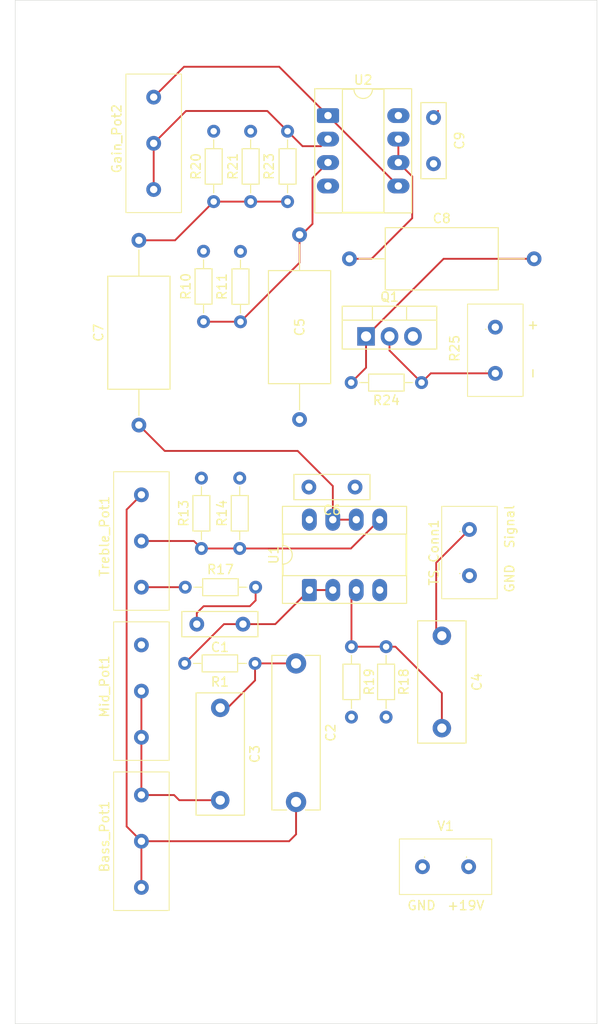
<source format=kicad_pcb>
(kicad_pcb (version 20241229) (generator "pcbnew") (generator_version "9.0")
  (layers (0 "F.Cu" signal) (4 "In1.Cu" power "GND") (6 "In2.Cu" power "PWR") (2 "B.Cu" signal) (13 "F.Paste" user) (15 "B.Paste" user) (5 "F.SilkS" user "F.Silkscreen") (7 "B.SilkS" user "B.Silkscreen") (1 "F.Mask" user) (3 "B.Mask" user) (25 "Edge.Cuts" user))
  (net 0 "")
  (net 1 "/g_in")
  (net 2 "Net-(C1-Pad2)")
  (net 3 "Net-(C2-Pad1)")
  (net 4 "Net-(Bass_Pot1-Pad1)")
  (net 5 "Net-(Bass_Pot1-Pad3)")
  (net 6 "Net-(TS_Conn1-Pin_1)")
  (net 7 "Net-(U1A-+)")
  (net 8 "GND")
  (net 9 "GND1")
  (net 10 "+19V")
  (net 11 "Net-(C7-Pad2)")
  (net 12 "/Tone_Stack_Out")
  (net 13 "/Gain Stage Out")
  (net 14 "Net-(Q1-B)")
  (net 15 "Net-(Q1-C)")
  (net 16 "Net-(U1B-+)")
  (net 17 "Net-(R17-Pad1)")
  (net 18 "Net-(U2A--)")
  (net 19 "Net-(U2B-+)")
  (footprint "Connector_Pin:Screw_term_2_P5.00" (layer "F.Cu") (at 101.3 123.6 180)
    (property "Reference" "V1" (at 2.5 4.4 0) (layer "F.SilkS"))
    (property "Value" "19")
    (fp_line (start 4.77 1.014) (end 4.77 1.07) (stroke (width 0.12)) (layer "F.SilkS"))
    (fp_line (start 0.23 1.014) (end 0.23 1.07) (stroke (width 0.12)) (layer "F.SilkS"))
    (fp_rect (start -2.5 -3.007) (end 7.5 3.007) (stroke (width 0.1)) (fill no) (layer "F.SilkS"))
    (pad "1" thru_hole circle (at 0 0 180) (size 1.6 1.6) (drill 0.8) (layers "*.Cu" "*.Mask") (net 10 "+19V"))
    (pad "2" thru_hole circle (at 5 0 180) (size 1.6 1.6) (drill 0.8) (layers "*.Cu" "*.Mask") (net 8 "GND"))
  )
  (footprint "Connector_Pin:Screw_term_3_P5.00_1" (layer "F.Cu") (at 65.86 93.34 90)
    (property "Reference" "Treble_Pot1" (at 5.5 -4 90) (layer "F.SilkS"))
    (property "Value" "500k")
    (fp_rect (start -2.5 -3.007) (end 12.5 3.007) (stroke (width 0.1)) (fill no) (layer "F.SilkS"))
    (pad "1" thru_hole circle (at 0 0 90) (size 1.6 1.6) (drill 0.8) (layers "*.Cu" "*.Mask") (net 17 "Net-(R17-Pad1)"))
    (pad "2" thru_hole circle (at 5 0 90) (size 1.6 1.6) (drill 0.8) (layers "*.Cu" "*.Mask") (net 16 "Net-(U1B-+)"))
    (pad "3" thru_hole circle (at 10 0 90) (size 1.6 1.6) (drill 0.8) (layers "*.Cu" "*.Mask") (net 4 "Net-(Bass_Pot1-Pad1)"))
  )
  (footprint "Connector_Pin:Screw_term_3_P5.00_1" (layer "F.Cu") (at 65.86 109.59 90)
    (property "Reference" "Mid_Pot1" (at 5.5 -4 90) (layer "F.SilkS"))
    (property "Value" "25k")
    (fp_rect (start -2.5 -3.007) (end 12.5 3.007) (stroke (width 0.1)) (fill no) (layer "F.SilkS"))
    (pad "1" thru_hole circle (at 0 0 90) (size 1.6 1.6) (drill 0.8) (layers "*.Cu" "*.Mask") (net 5 "Net-(Bass_Pot1-Pad3)"))
    (pad "2" thru_hole circle (at 5 0 90) (size 1.6 1.6) (drill 0.8) (layers "*.Cu" "*.Mask") (net 5 "Net-(Bass_Pot1-Pad3)"))
    (pad "3" thru_hole circle (at 10 0 90) (size 1.6 1.6) (drill 0.8) (layers "*.Cu" "*.Mask") (net 8 "GND"))
  )
  (footprint "Capacitor_THT:C_Axial_L12.0mm_D6.5mm_P20.00mm_Horizontal" (layer "F.Cu") (at 65.59 75.79 90)
    (property "Reference" "C7" (at 10 -4.37 90) (layer "F.SilkS"))
    (property "Value" "10u")
    (fp_line (start 16.12 -3.37) (end 3.88 -3.37) (stroke (width 0.12)) (layer "F.SilkS"))
    (fp_line (start 3.88 -3.37) (end 3.88 3.37) (stroke (width 0.12)) (layer "F.SilkS"))
    (fp_line (start 18.96 0) (end 16.12 0) (stroke (width 0.12)) (layer "F.SilkS"))
    (fp_line (start 1.04 0) (end 3.88 0) (stroke (width 0.12)) (layer "F.SilkS"))
    (fp_line (start 16.12 3.37) (end 16.12 -3.37) (stroke (width 0.12)) (layer "F.SilkS"))
    (fp_line (start 3.88 3.37) (end 16.12 3.37) (stroke (width 0.12)) (layer "F.SilkS"))
    (pad "1" thru_hole circle (at 0 0 90) (size 1.6 1.6) (drill 0.8) (layers "*.Cu" "*.Mask") (net 12 "/Tone_Stack_Out"))
    (pad "2" thru_hole circle (at 20 0 90) (size 1.6 1.6) (drill 0.8) (layers "*.Cu" "*.Mask") (net 11 "Net-(C7-Pad2)"))
  )
  (footprint "MountingHole:MountingHole_3.7mm" (layer "F.Cu") (at 58.6 35.8)
    (property "Reference" "REF**" (hide yes))
    (property "Value" "MountingHole_3.7mm")
    (pad "" np_thru_hole circle (at 0 0) (size 3.7 3.7) (drill 3.7) (layers "*.Cu" "*.Mask"))
  )
  (footprint "Resistor_THT:R_Axial_DIN0204_L3.6mm_D1.6mm_P7.62mm_Horizontal" (layer "F.Cu") (at 77.69 51.6 90)
    (property "Reference" "R21" (at 3.81 -1.92 90) (layer "F.SilkS"))
    (property "Value" "1M")
    (fp_line (start 5.73 -0.92) (end 1.89 -0.92) (stroke (width 0.12)) (layer "F.SilkS"))
    (fp_line (start 1.89 -0.92) (end 1.89 0.92) (stroke (width 0.12)) (layer "F.SilkS"))
    (fp_line (start 6.68 0) (end 5.73 0) (stroke (width 0.12)) (layer "F.SilkS"))
    (fp_line (start 0.94 0) (end 1.89 0) (stroke (width 0.12)) (layer "F.SilkS"))
    (fp_line (start 5.73 0.92) (end 5.73 -0.92) (stroke (width 0.12)) (layer "F.SilkS"))
    (fp_line (start 1.89 0.92) (end 5.73 0.92) (stroke (width 0.12)) (layer "F.SilkS"))
    (pad "1" thru_hole circle (at 0 0 90) (size 1.4 1.4) (drill 0.7) (layers "*.Cu" "*.Mask") (net 11 "Net-(C7-Pad2)"))
    (pad "2" thru_hole oval (at 7.62 0 90) (size 1.4 1.4) (drill 0.7) (layers "*.Cu" "*.Mask") (net 8 "GND"))
  )
  (footprint "Capacitor_THT:C_Disc_D8.0mm_W2.5mm_P5.00mm" (layer "F.Cu") (at 97.5 47.5 90)
    (property "Reference" "C9" (at 2.5 2.81 90) (layer "F.SilkS"))
    (property "Value" ".1u")
    (fp_line (start 6.62 -1.37) (end 6.62 1.37) (stroke (width 0.12)) (layer "F.SilkS"))
    (fp_line (start -1.62 -1.37) (end 6.62 -1.37) (stroke (width 0.12)) (layer "F.SilkS"))
    (fp_line (start -1.62 -1.37) (end -1.62 1.37) (stroke (width 0.12)) (layer "F.SilkS"))
    (fp_line (start -1.62 1.37) (end 6.62 1.37) (stroke (width 0.12)) (layer "F.SilkS"))
    (pad "1" thru_hole circle (at 0 0 90) (size 1.6 1.6) (drill 0.8) (layers "*.Cu" "*.Mask") (net 8 "GND"))
    (pad "2" thru_hole circle (at 5 0 90) (size 1.6 1.6) (drill 0.8) (layers "*.Cu" "*.Mask") (net 10 "+19V"))
  )
  (footprint "Capacitor_THT:C_Rect_L16.5mm_W5.0mm_P15.00mm_MKT" (layer "F.Cu") (at 82.61 101.59 -90)
    (property "Reference" "C2" (at 7.5 -3.75 90) (layer "F.SilkS"))
    (property "Value" ".047u")
    (fp_line (start -0.87 2.62) (end 15.87 2.62) (stroke (width 0.12)) (layer "F.SilkS"))
    (fp_line (start -0.87 1.019) (end -0.87 2.62) (stroke (width 0.12)) (layer "F.SilkS"))
    (fp_line (start 15.87 1.019) (end 15.87 2.62) (stroke (width 0.12)) (layer "F.SilkS"))
    (fp_line (start -0.87 -2.62) (end -0.87 -1.019) (stroke (width 0.12)) (layer "F.SilkS"))
    (fp_line (start -0.87 -2.62) (end 15.87 -2.62) (stroke (width 0.12)) (layer "F.SilkS"))
    (fp_line (start 15.87 -2.62) (end 15.87 -1.019) (stroke (width 0.12)) (layer "F.SilkS"))
    (pad "1" thru_hole circle (at 0 0 270) (size 2.2 2.2) (drill 1.1) (layers "*.Cu" "*.Mask") (net 3 "Net-(C2-Pad1)"))
    (pad "2" thru_hole circle (at 15 0 270) (size 2.2 2.2) (drill 1.1) (layers "*.Cu" "*.Mask") (net 4 "Net-(Bass_Pot1-Pad1)"))
  )
  (footprint "Capacitor_THT:C_Disc_D8.0mm_W2.5mm_P5.00mm" (layer "F.Cu") (at 76.86 97.34 180)
    (property "Reference" "C1" (at 2.5 -2.5 0) (layer "F.SilkS"))
    (property "Value" "220p")
    (fp_line (start 6.62 -1.37) (end 6.62 1.37) (stroke (width 0.12)) (layer "F.SilkS"))
    (fp_line (start -1.62 1.37) (end 6.62 1.37) (stroke (width 0.12)) (layer "F.SilkS"))
    (fp_line (start -1.62 -1.37) (end 6.62 -1.37) (stroke (width 0.12)) (layer "F.SilkS"))
    (fp_line (start -1.62 -1.37) (end -1.62 1.37) (stroke (width 0.12)) (layer "F.SilkS"))
    (pad "1" thru_hole circle (at 0 0 180) (size 1.6 1.6) (drill 0.8) (layers "*.Cu" "*.Mask") (net 1 "/g_in"))
    (pad "2" thru_hole circle (at 5 0 180) (size 1.6 1.6) (drill 0.8) (layers "*.Cu" "*.Mask") (net 2 "Net-(C1-Pad2)"))
  )
  (footprint "Capacitor_THT:C_Rect_L13.0mm_W5.0mm_P10.00mm_FKS3_FKP3_MKS4" (layer "F.Cu") (at 74.4 106.4 -90)
    (property "Reference" "C3" (at 5 -3.75 90) (layer "F.SilkS"))
    (property "Value" ".1u")
    (fp_line (start -1.62 2.62) (end 11.62 2.62) (stroke (width 0.12)) (layer "F.SilkS"))
    (fp_line (start -1.62 -2.62) (end -1.62 2.62) (stroke (width 0.12)) (layer "F.SilkS"))
    (fp_line (start -1.62 -2.62) (end 11.62 -2.62) (stroke (width 0.12)) (layer "F.SilkS"))
    (fp_line (start 11.62 -2.62) (end 11.62 2.62) (stroke (width 0.12)) (layer "F.SilkS"))
    (pad "1" thru_hole circle (at 0 0 270) (size 2 2) (drill 1) (layers "*.Cu" "*.Mask") (net 3 "Net-(C2-Pad1)"))
    (pad "2" thru_hole circle (at 10 0 270) (size 2 2) (drill 1) (layers "*.Cu" "*.Mask") (net 5 "Net-(Bass_Pot1-Pad3)"))
  )
  (footprint "Resistor_THT:R_Axial_DIN0204_L3.6mm_D1.6mm_P7.62mm_Horizontal" (layer "F.Cu") (at 70.55 101.59)
    (property "Reference" "R1" (at 3.81 2 0) (layer "F.SilkS"))
    (property "Value" "100k")
    (fp_line (start 0.94 0) (end 1.89 0) (stroke (width 0.12)) (layer "F.SilkS"))
    (fp_line (start 1.89 -0.92) (end 1.89 0.92) (stroke (width 0.12)) (layer "F.SilkS"))
    (fp_line (start 1.89 0.92) (end 5.73 0.92) (stroke (width 0.12)) (layer "F.SilkS"))
    (fp_line (start 5.73 -0.92) (end 1.89 -0.92) (stroke (width 0.12)) (layer "F.SilkS"))
    (fp_line (start 5.73 0.92) (end 5.73 -0.92) (stroke (width 0.12)) (layer "F.SilkS"))
    (fp_line (start 6.68 0) (end 5.73 0) (stroke (width 0.12)) (layer "F.SilkS"))
    (pad "1" thru_hole circle (at 0 0) (size 1.4 1.4) (drill 0.7) (layers "*.Cu" "*.Mask") (net 1 "/g_in"))
    (pad "2" thru_hole oval (at 7.62 0) (size 1.4 1.4) (drill 0.7) (layers "*.Cu" "*.Mask") (net 3 "Net-(C2-Pad1)"))
  )
  (footprint "Connector_Pin:Screw_term_3_P5.00_1" (layer "F.Cu") (at 65.86 125.84 90)
    (property "Reference" "Bass_Pot1" (at 5.5 -4 90) (layer "F.SilkS"))
    (property "Value" "1M")
    (fp_rect (start -2.5 -3.007) (end 12.5 3.007) (stroke (width 0.1)) (fill no) (layer "F.SilkS"))
    (pad "1" thru_hole circle (at 0 0 90) (size 1.6 1.6) (drill 0.8) (layers "*.Cu" "*.Mask") (net 4 "Net-(Bass_Pot1-Pad1)"))
    (pad "2" thru_hole circle (at 5 0 90) (size 1.6 1.6) (drill 0.8) (layers "*.Cu" "*.Mask") (net 4 "Net-(Bass_Pot1-Pad1)"))
    (pad "3" thru_hole circle (at 10 0 90) (size 1.6 1.6) (drill 0.8) (layers "*.Cu" "*.Mask") (net 5 "Net-(Bass_Pot1-Pad3)"))
  )
  (footprint "Capacitor_THT:C_Axial_L12.0mm_D6.5mm_P20.00mm_Horizontal" (layer "F.Cu") (at 82.99 55.19 -90)
    (property "Reference" "C5" (at 10 -0.01 90) (layer "F.SilkS"))
    (property "Value" "10u")
    (fp_line (start 3.88 3.37) (end 16.12 3.37) (stroke (width 0.12)) (layer "F.SilkS"))
    (fp_line (start 16.12 3.37) (end 16.12 -3.37) (stroke (width 0.12)) (layer "F.SilkS"))
    (fp_line (start 1.04 0) (end 3.88 0) (stroke (width 0.12)) (layer "F.SilkS"))
    (fp_line (start 18.96 0) (end 16.12 0) (stroke (width 0.12)) (layer "F.SilkS"))
    (fp_line (start 3.88 -3.37) (end 3.88 3.37) (stroke (width 0.12)) (layer "F.SilkS"))
    (fp_line (start 16.12 -3.37) (end 3.88 -3.37) (stroke (width 0.12)) (layer "F.SilkS"))
    (pad "1" thru_hole circle (at 0 0 270) (size 1.6 1.6) (drill 0.8) (layers "*.Cu" "*.Mask") (net 9 "GND1"))
    (pad "2" thru_hole circle (at 20 0 270) (size 1.6 1.6) (drill 0.8) (layers "*.Cu" "*.Mask") (net 8 "GND"))
  )
  (footprint "Package_DIP:CERDIP-8_W7.62mm_SideBrazed_LongPads_Socket" (layer "F.Cu") (at 86.07 42.29)
    (property "Reference" "U2" (at 3.81 -3.855 0) (layer "F.SilkS"))
    (property "Value" "TL072")
    (fp_line (start 1.56 -2.855) (end 1.56 10.475) (stroke (width 0.12)) (layer "F.SilkS"))
    (fp_line (start 1.56 10.475) (end 6.06 10.475) (stroke (width 0.12)) (layer "F.SilkS"))
    (fp_line (start 2.81 -2.855) (end 1.56 -2.855) (stroke (width 0.12)) (layer "F.SilkS"))
    (fp_line (start 6.06 -2.855) (end 4.81 -2.855) (stroke (width 0.12)) (layer "F.SilkS"))
    (fp_line (start 6.06 10.475) (end 6.06 -2.855) (stroke (width 0.12)) (layer "F.SilkS"))
    (fp_rect (start -1.44 -2.915) (end 9.06 10.535) (stroke (width 0.12)) (fill no) (layer "F.SilkS"))
    (fp_arc (start 4.81 -2.855) (mid 3.81 -1.855) (end 2.81 -2.855) (stroke (width 0.12)) (layer "F.SilkS"))
    (pad "1" thru_hole roundrect (at 0 0) (size 2.4 1.6) (drill 0.8) (layers "*.Cu" "*.Mask") (roundrect_rratio 0.15625) (net 19 "Net-(U2B-+)"))
    (pad "2" thru_hole oval (at 0 2.54) (size 2.4 1.6) (drill 0.8) (layers "*.Cu" "*.Mask") (net 18 "Net-(U2A--)"))
    (pad "3" thru_hole oval (at 0 5.08) (size 2.4 1.6) (drill 0.8) (layers "*.Cu" "*.Mask") (net 9 "GND1"))
    (pad "4" thru_hole oval (at 0 7.62) (size 2.4 1.6) (drill 0.8) (layers "*.Cu" "*.Mask") (net 8 "GND"))
    (pad "5" thru_hole oval (at 7.62 7.62) (size 2.4 1.6) (drill 0.8) (layers "*.Cu" "*.Mask") (net 19 "Net-(U2B-+)"))
    (pad "6" thru_hole oval (at 7.62 5.08) (size 2.4 1.6) (drill 0.8) (layers "*.Cu" "*.Mask") (net 13 "/Gain Stage Out"))
    (pad "7" thru_hole oval (at 7.62 2.54) (size 2.4 1.6) (drill 0.8) (layers "*.Cu" "*.Mask") (net 13 "/Gain Stage Out"))
    (pad "8" thru_hole oval (at 7.62 0) (size 2.4 1.6) (drill 0.8) (layers "*.Cu" "*.Mask") (net 10 "+19V"))
  )
  (footprint "Connector_Pin:Screw_term_2_P5.00" (layer "F.Cu") (at 104.19 65.19 -90)
    (property "Reference" "R25" (at 2.3 4.4 90) (layer "F.SilkS"))
    (property "Value" "8")
    (fp_line (start 0.23 1.014) (end 0.23 1.07) (stroke (width 0.12)) (layer "F.SilkS"))
    (fp_line (start 4.77 1.014) (end 4.77 1.07) (stroke (width 0.12)) (layer "F.SilkS"))
    (fp_rect (start -2.5 -3.007) (end 7.5 3.007) (stroke (width 0.1)) (fill no) (layer "F.SilkS"))
    (pad "1" thru_hole circle (at 0 0 270) (size 1.6 1.6) (drill 0.8) (layers "*.Cu" "*.Mask") (net 10 "+19V"))
    (pad "2" thru_hole circle (at 5 0 270) (size 1.6 1.6) (drill 0.8) (layers "*.Cu" "*.Mask") (net 15 "Net-(Q1-C)"))
  )
  (footprint "Resistor_THT:R_Axial_DIN0204_L3.6mm_D1.6mm_P7.62mm_Horizontal" (layer "F.Cu") (at 72.36 89.15 90)
    (property "Reference" "R13" (at 3.81 -1.92 90) (layer "F.SilkS"))
    (property "Value" "1M")
    (fp_line (start 5.73 -0.92) (end 1.89 -0.92) (stroke (width 0.12)) (layer "F.SilkS"))
    (fp_line (start 1.89 -0.92) (end 1.89 0.92) (stroke (width 0.12)) (layer "F.SilkS"))
    (fp_line (start 6.68 0) (end 5.73 0) (stroke (width 0.12)) (layer "F.SilkS"))
    (fp_line (start 0.94 0) (end 1.89 0) (stroke (width 0.12)) (layer "F.SilkS"))
    (fp_line (start 5.73 0.92) (end 5.73 -0.92) (stroke (width 0.12)) (layer "F.SilkS"))
    (fp_line (start 1.89 0.92) (end 5.73 0.92) (stroke (width 0.12)) (layer "F.SilkS"))
    (pad "1" thru_hole circle (at 0 0 90) (size 1.4 1.4) (drill 0.7) (layers "*.Cu" "*.Mask") (net 16 "Net-(U1B-+)"))
    (pad "2" thru_hole oval (at 7.62 0 90) (size 1.4 1.4) (drill 0.7) (layers "*.Cu" "*.Mask") (net 10 "+19V"))
  )
  (footprint "Resistor_THT:R_Axial_DIN0204_L3.6mm_D1.6mm_P7.62mm_Horizontal" (layer "F.Cu") (at 70.61 93.34)
    (property "Reference" "R17" (at 3.81 -1.92 0) (layer "F.SilkS"))
    (property "Value" "100k")
    (fp_line (start 0.94 0) (end 1.89 0) (stroke (width 0.12)) (layer "F.SilkS"))
    (fp_line (start 1.89 -0.92) (end 1.89 0.92) (stroke (width 0.12)) (layer "F.SilkS"))
    (fp_line (start 1.89 0.92) (end 5.73 0.92) (stroke (width 0.12)) (layer "F.SilkS"))
    (fp_line (start 5.73 -0.92) (end 1.89 -0.92) (stroke (width 0.12)) (layer "F.SilkS"))
    (fp_line (start 5.73 0.92) (end 5.73 -0.92) (stroke (width 0.12)) (layer "F.SilkS"))
    (fp_line (start 6.68 0) (end 5.73 0) (stroke (width 0.12)) (layer "F.SilkS"))
    (pad "1" thru_hole circle (at 0 0) (size 1.4 1.4) (drill 0.7) (layers "*.Cu" "*.Mask") (net 17 "Net-(R17-Pad1)"))
    (pad "2" thru_hole oval (at 7.62 0) (size 1.4 1.4) (drill 0.7) (layers "*.Cu" "*.Mask") (net 2 "Net-(C1-Pad2)"))
  )
  (footprint "Resistor_THT:R_Axial_DIN0204_L3.6mm_D1.6mm_P7.62mm_Horizontal" (layer "F.Cu") (at 76.59 56.99 -90)
    (property "Reference" "R11" (at 3.81 2 90) (layer "F.SilkS"))
    (property "Value" "100k")
    (fp_line (start 1.89 0.92) (end 5.73 0.92) (stroke (width 0.12)) (layer "F.SilkS"))
    (fp_line (start 5.73 0.92) (end 5.73 -0.92) (stroke (width 0.12)) (layer "F.SilkS"))
    (fp_line (start 0.94 0) (end 1.89 0) (stroke (width 0.12)) (layer "F.SilkS"))
    (fp_line (start 6.68 0) (end 5.73 0) (stroke (width 0.12)) (layer "F.SilkS"))
    (fp_line (start 1.89 -0.92) (end 1.89 0.92) (stroke (width 0.12)) (layer "F.SilkS"))
    (fp_line (start 5.73 -0.92) (end 1.89 -0.92) (stroke (width 0.12)) (layer "F.SilkS"))
    (pad "1" thru_hole circle (at 0 0 270) (size 1.4 1.4) (drill 0.7) (layers "*.Cu" "*.Mask") (net 8 "GND"))
    (pad "2" thru_hole oval (at 7.62 0 270) (size 1.4 1.4) (drill 0.7) (layers "*.Cu" "*.Mask") (net 9 "GND1"))
  )
  (footprint "Resistor_THT:R_Axial_DIN0204_L3.6mm_D1.6mm_P7.62mm_Horizontal" (layer "F.Cu") (at 72.59 64.59 90)
    (property "Reference" "R10" (at 3.81 -1.92 90) (layer "F.SilkS"))
    (property "Value" "100k")
    (fp_line (start 5.73 -0.92) (end 1.89 -0.92) (stroke (width 0.12)) (layer "F.SilkS"))
    (fp_line (start 1.89 -0.92) (end 1.89 0.92) (stroke (width 0.12)) (layer "F.SilkS"))
    (fp_line (start 6.68 0) (end 5.73 0) (stroke (width 0.12)) (layer "F.SilkS"))
    (fp_line (start 0.94 0) (end 1.89 0) (stroke (width 0.12)) (layer "F.SilkS"))
    (fp_line (start 5.73 0.92) (end 5.73 -0.92) (stroke (width 0.12)) (layer "F.SilkS"))
    (fp_line (start 1.89 0.92) (end 5.73 0.92) (stroke (width 0.12)) (layer "F.SilkS"))
    (pad "1" thru_hole circle (at 0 0 90) (size 1.4 1.4) (drill 0.7) (layers "*.Cu" "*.Mask") (net 9 "GND1"))
    (pad "2" thru_hole oval (at 7.62 0 90) (size 1.4 1.4) (drill 0.7) (layers "*.Cu" "*.Mask") (net 10 "+19V"))
  )
  (footprint "Capacitor_THT:C_Disc_D8.0mm_W2.5mm_P5.00mm" (layer "F.Cu") (at 89 82.5 180)
    (property "Reference" "C6" (at 2.5 -2.5 180) (layer "F.SilkS"))
    (property "Value" ".1u")
    (fp_line (start 6.62 -1.37) (end 6.62 1.37) (stroke (width 0.12)) (layer "F.SilkS"))
    (fp_line (start -1.62 1.37) (end 6.62 1.37) (stroke (width 0.12)) (layer "F.SilkS"))
    (fp_line (start -1.62 -1.37) (end 6.62 -1.37) (stroke (width 0.12)) (layer "F.SilkS"))
    (fp_line (start -1.62 -1.37) (end -1.62 1.37) (stroke (width 0.12)) (layer "F.SilkS"))
    (pad "1" thru_hole circle (at 0 0 180) (size 1.6 1.6) (drill 0.8) (layers "*.Cu" "*.Mask") (net 8 "GND"))
    (pad "2" thru_hole circle (at 5 0 180) (size 1.6 1.6) (drill 0.8) (layers "*.Cu" "*.Mask") (net 10 "+19V"))
  )
  (footprint "MountingHole:MountingHole_3.7mm" (layer "F.Cu") (at 109 134.2)
    (property "Reference" "REF**" (hide yes))
    (property "Value" "MountingHole_3.7mm")
    (pad "" np_thru_hole circle (at 0 0) (size 3.7 3.7) (drill 3.7) (layers "*.Cu" "*.Mask"))
  )
  (footprint "Resistor_THT:R_Axial_DIN0204_L3.6mm_D1.6mm_P7.62mm_Horizontal" (layer "F.Cu") (at 88.61 99.78 -90)
    (property "Reference" "R19" (at 3.81 -1.92 90) (layer "F.SilkS"))
    (property "Value" "1M")
    (fp_line (start 1.89 0.92) (end 5.73 0.92) (stroke (width 0.12)) (layer "F.SilkS"))
    (fp_line (start 5.73 0.92) (end 5.73 -0.92) (stroke (width 0.12)) (layer "F.SilkS"))
    (fp_line (start 0.94 0) (end 1.89 0) (stroke (width 0.12)) (layer "F.SilkS"))
    (fp_line (start 6.68 0) (end 5.73 0) (stroke (width 0.12)) (layer "F.SilkS"))
    (fp_line (start 1.89 -0.92) (end 1.89 0.92) (stroke (width 0.12)) (layer "F.SilkS"))
    (fp_line (start 5.73 -0.92) (end 1.89 -0.92) (stroke (width 0.12)) (layer "F.SilkS"))
    (pad "1" thru_hole circle (at 0 0 270) (size 1.4 1.4) (drill 0.7) (layers "*.Cu" "*.Mask") (net 7 "Net-(U1A-+)"))
    (pad "2" thru_hole oval (at 7.62 0 270) (size 1.4 1.4) (drill 0.7) (layers "*.Cu" "*.Mask") (net 8 "GND"))
  )
  (footprint "Resistor_THT:R_Axial_DIN0204_L3.6mm_D1.6mm_P7.62mm_Horizontal" (layer "F.Cu") (at 81.69 43.98 -90)
    (property "Reference" "R23" (at 3.81 2 90) (layer "F.SilkS"))
    (property "Value" "10k")
    (fp_line (start 1.89 0.92) (end 5.73 0.92) (stroke (width 0.12)) (layer "F.SilkS"))
    (fp_line (start 5.73 0.92) (end 5.73 -0.92) (stroke (width 0.12)) (layer "F.SilkS"))
    (fp_line (start 0.94 0) (end 1.89 0) (stroke (width 0.12)) (layer "F.SilkS"))
    (fp_line (start 6.68 0) (end 5.73 0) (stroke (width 0.12)) (layer "F.SilkS"))
    (fp_line (start 1.89 -0.92) (end 1.89 0.92) (stroke (width 0.12)) (layer "F.SilkS"))
    (fp_line (start 5.73 -0.92) (end 1.89 -0.92) (stroke (width 0.12)) (layer "F.SilkS"))
    (pad "1" thru_hole circle (at 0 0 270) (size 1.4 1.4) (drill 0.7) (layers "*.Cu" "*.Mask") (net 18 "Net-(U2A--)"))
    (pad "2" thru_hole oval (at 7.62 0 270) (size 1.4 1.4) (drill 0.7) (layers "*.Cu" "*.Mask") (net 11 "Net-(C7-Pad2)"))
  )
  (footprint "Package_DIP:CERDIP-8_W7.62mm_SideBrazed_LongPads_Socket" (layer "F.Cu") (at 84.05 93.65 90)
    (property "Reference" "U1" (at 3.81 -3.855 90) (layer "F.SilkS"))
    (property "Value" "TL072")
    (fp_line (start 6.06 -2.855) (end 4.81 -2.855) (stroke (width 0.12)) (layer "F.SilkS"))
    (fp_line (start 2.81 -2.855) (end 1.56 -2.855) (stroke (width 0.12)) (layer "F.SilkS"))
    (fp_line (start 1.56 -2.855) (end 1.56 10.475) (stroke (width 0.12)) (layer "F.SilkS"))
    (fp_line (start 6.06 10.475) (end 6.06 -2.855) (stroke (width 0.12)) (layer "F.SilkS"))
    (fp_line (start 1.56 10.475) (end 6.06 10.475) (stroke (width 0.12)) (layer "F.SilkS"))
    (fp_rect (start -1.44 -2.915) (end 9.06 10.535) (stroke (width 0.12)) (fill no) (layer "F.SilkS"))
    (fp_arc (start 4.81 -2.855) (mid 3.81 -1.855) (end 2.81 -2.855) (stroke (width 0.12)) (layer "F.SilkS"))
    (pad "1" thru_hole roundrect (at 0 0 90) (size 2.4 1.6) (drill 0.8) (layers "*.Cu" "*.Mask") (roundrect_rratio 0.15625) (net 1 "/g_in"))
    (pad "2" thru_hole oval (at 0 2.54 90) (size 2.4 1.6) (drill 0.8) (layers "*.Cu" "*.Mask") (net 1 "/g_in"))
    (pad "3" thru_hole oval (at 0 5.08 90) (size 2.4 1.6) (drill 0.8) (layers "*.Cu" "*.Mask") (net 7 "Net-(U1A-+)"))
    (pad "4" thru_hole oval (at 0 7.62 90) (size 2.4 1.6) (drill 0.8) (layers "*.Cu" "*.Mask") (net 8 "GND"))
    (pad "5" thru_hole oval (at 7.62 7.62 90) (size 2.4 1.6) (drill 0.8) (layers "*.Cu" "*.Mask") (net 16 "Net-(U1B-+)"))
    (pad "6" thru_hole oval (at 7.62 5.08 90) (size 2.4 1.6) (drill 0.8) (layers "*.Cu" "*.Mask") (net 12 "/Tone_Stack_Out"))
    (pad "7" thru_hole oval (at 7.62 2.54 90) (size 2.4 1.6) (drill 0.8) (layers "*.Cu" "*.Mask") (net 12 "/Tone_Stack_Out"))
    (pad "8" thru_hole oval (at 7.62 0 90) (size 2.4 1.6) (drill 0.8) (layers "*.Cu" "*.Mask") (net 10 "+19V"))
  )
  (footprint "Resistor_THT:R_Axial_DIN0204_L3.6mm_D1.6mm_P7.62mm_Horizontal" (layer "F.Cu") (at 96.2 71.19 180)
    (property "Reference" "R24" (at 3.81 -1.92 0) (layer "F.SilkS"))
    (property "Value" "2k")
    (fp_line (start 6.68 0) (end 5.73 0) (stroke (width 0.12)) (layer "F.SilkS"))
    (fp_line (start 5.73 0.92) (end 5.73 -0.92) (stroke (width 0.12)) (layer "F.SilkS"))
    (fp_line (start 5.73 -0.92) (end 1.89 -0.92) (stroke (width 0.12)) (layer "F.SilkS"))
    (fp_line (start 1.89 0.92) (end 5.73 0.92) (stroke (width 0.12)) (layer "F.SilkS"))
    (fp_line (start 1.89 -0.92) (end 1.89 0.92) (stroke (width 0.12)) (layer "F.SilkS"))
    (fp_line (start 0.94 0) (end 1.89 0) (stroke (width 0.12)) (layer "F.SilkS"))
    (pad "1" thru_hole circle (at 0 0 180) (size 1.4 1.4) (drill 0.7) (layers "*.Cu" "*.Mask") (net 15 "Net-(Q1-C)"))
    (pad "2" thru_hole oval (at 7.62 0 180) (size 1.4 1.4) (drill 0.7) (layers "*.Cu" "*.Mask") (net 14 "Net-(Q1-B)"))
  )
  (footprint "Package_TO_SOT_THT:TO-220-3_Vertical" (layer "F.Cu") (at 90.19 66.19)
    (property "Reference" "Q1" (at 2.54 -4.27 0) (layer "F.SilkS"))
    (property "Value" "NPN")
    (fp_line (start -2.58 -3.27) (end -2.58 1.371) (stroke (width 0.12)) (layer "F.SilkS"))
    (fp_line (start -2.58 -3.27) (end 7.66 -3.27) (stroke (width 0.12)) (layer "F.SilkS"))
    (fp_line (start -2.58 -1.76) (end 7.66 -1.76) (stroke (width 0.12)) (layer "F.SilkS"))
    (fp_line (start -2.58 1.371) (end 7.66 1.371) (stroke (width 0.12)) (layer "F.SilkS"))
    (fp_line (start 0.69 -3.27) (end 0.69 -1.76) (stroke (width 0.12)) (layer "F.SilkS"))
    (fp_line (start 4.391 -3.27) (end 4.391 -1.76) (stroke (width 0.12)) (layer "F.SilkS"))
    (fp_line (start 7.66 -3.27) (end 7.66 1.371) (stroke (width 0.12)) (layer "F.SilkS"))
    (pad "1" thru_hole rect (at 0 0) (size 1.905 2) (drill 1.1) (layers "*.Cu" "*.Mask") (net 14 "Net-(Q1-B)"))
    (pad "2" thru_hole oval (at 2.54 0) (size 1.905 2) (drill 1.1) (layers "*.Cu" "*.Mask") (net 15 "Net-(Q1-C)"))
    (pad "3" thru_hole oval (at 5.08 0) (size 1.905 2) (drill 1.1) (layers "*.Cu" "*.Mask") (net 8 "GND"))
  )
  (footprint "Connector_Pin:Screw_term_2_P5.00" (layer "F.Cu") (at 101.39 87.09 -90)
    (property "Reference" "TS_Conn1" (at 2.5 3.85 90) (layer "F.SilkS"))
    (property "Value" "dc=0 ampl=.1 f=10" (hide yes))
    (fp_line (start 0.23 1.014) (end 0.23 1.07) (stroke (width 0.12)) (layer "F.SilkS"))
    (fp_line (start 4.77 1.014) (end 4.77 1.07) (stroke (width 0.12)) (layer "F.SilkS"))
    (fp_rect (start -2.5 -3.007) (end 7.5 3.007) (stroke (width 0.1)) (fill no) (layer "F.SilkS"))
    (pad "1" thru_hole circle (at 0 0 270) (size 1.6 1.6) (drill 0.8) (layers "*.Cu" "*.Mask") (net 6 "Net-(TS_Conn1-Pin_1)"))
    (pad "2" thru_hole circle (at 5 0 270) (size 1.6 1.6) (drill 0.8) (layers "*.Cu" "*.Mask") (net 8 "GND"))
  )
  (footprint "Capacitor_THT:C_Axial_L12.0mm_D6.5mm_P20.00mm_Horizontal" (layer "F.Cu") (at 88.39 57.79)
    (property "Reference" "C8" (at 10 -4.37 0) (layer "F.SilkS"))
    (property "Value" "10u")
    (fp_line (start 1.04 0) (end 3.88 0) (stroke (width 0.12)) (layer "F.SilkS"))
    (fp_line (start 3.88 -3.37) (end 3.88 3.37) (stroke (width 0.12)) (layer "F.SilkS"))
    (fp_line (start 3.88 3.37) (end 16.12 3.37) (stroke (width 0.12)) (layer "F.SilkS"))
    (fp_line (start 16.12 -3.37) (end 3.88 -3.37) (stroke (width 0.12)) (layer "F.SilkS"))
    (fp_line (start 16.12 3.37) (end 16.12 -3.37) (stroke (width 0.12)) (layer "F.SilkS"))
    (fp_line (start 18.96 0) (end 16.12 0) (stroke (width 0.12)) (layer "F.SilkS"))
    (pad "1" thru_hole circle (at 0 0) (size 1.6 1.6) (drill 0.8) (layers "*.Cu" "*.Mask") (net 13 "/Gain Stage Out"))
    (pad "2" thru_hole circle (at 20 0) (size 1.6 1.6) (drill 0.8) (layers "*.Cu" "*.Mask") (net 14 "Net-(Q1-B)"))
  )
  (footprint "Resistor_THT:R_Axial_DIN0204_L3.6mm_D1.6mm_P7.62mm_Horizontal" (layer "F.Cu") (at 73.69 51.6 90)
    (property "Reference" "R20" (at 3.81 -1.92 90) (layer "F.SilkS"))
    (property "Value" "1M")
    (fp_line (start 5.73 -0.92) (end 1.89 -0.92) (stroke (width 0.12)) (layer "F.SilkS"))
    (fp_line (start 1.89 -0.92) (end 1.89 0.92) (stroke (width 0.12)) (layer "F.SilkS"))
    (fp_line (start 6.68 0) (end 5.73 0) (stroke (width 0.12)) (layer "F.SilkS"))
    (fp_line (start 0.94 0) (end 1.89 0) (stroke (width 0.12)) (layer "F.SilkS"))
    (fp_line (start 5.73 0.92) (end 5.73 -0.92) (stroke (width 0.12)) (layer "F.SilkS"))
    (fp_line (start 1.89 0.92) (end 5.73 0.92) (stroke (width 0.12)) (layer "F.SilkS"))
    (pad "1" thru_hole circle (at 0 0 90) (size 1.4 1.4) (drill 0.7) (layers "*.Cu" "*.Mask") (net 11 "Net-(C7-Pad2)"))
    (pad "2" thru_hole oval (at 7.62 0 90) (size 1.4 1.4) (drill 0.7) (layers "*.Cu" "*.Mask") (net 10 "+19V"))
  )
  (footprint "Capacitor_THT:C_Rect_L13.0mm_W5.0mm_P10.00mm_FKS3_FKP3_MKS4" (layer "F.Cu") (at 98.4 98.6 -90)
    (property "Reference" "C4" (at 5 -3.8 90) (layer "F.SilkS"))
    (property "Value" ".1u")
    (fp_line (start -1.62 2.62) (end 11.62 2.62) (stroke (width 0.12)) (layer "F.SilkS"))
    (fp_line (start -1.62 -2.62) (end -1.62 2.62) (stroke (width 0.12)) (layer "F.SilkS"))
    (fp_line (start -1.62 -2.62) (end 11.62 -2.62) (stroke (width 0.12)) (layer "F.SilkS"))
    (fp_line (start 11.62 -2.62) (end 11.62 2.62) (stroke (width 0.12)) (layer "F.SilkS"))
    (pad "1" thru_hole circle (at 0 0 270) (size 2 2) (drill 1) (layers "*.Cu" "*.Mask") (net 6 "Net-(TS_Conn1-Pin_1)"))
    (pad "2" thru_hole circle (at 10 0 270) (size 2 2) (drill 1) (layers "*.Cu" "*.Mask") (net 7 "Net-(U1A-+)"))
  )
  (footprint "Connector_Pin:Screw_term_3_P5.00_1" (layer "F.Cu") (at 67.19 50.29 90)
    (property "Reference" "Gain_Pot2" (at 5.5 -4 90) (layer "F.SilkS"))
    (property "Value" "500k")
    (fp_rect (start -2.5 -3.007) (end 12.5 3.007) (stroke (width 0.1)) (fill no) (layer "F.SilkS"))
    (pad "1" thru_hole circle (at 0 0 90) (size 1.6 1.6) (drill 0.8) (layers "*.Cu" "*.Mask") (net 18 "Net-(U2A--)"))
    (pad "2" thru_hole circle (at 5 0 90) (size 1.6 1.6) (drill 0.8) (layers "*.Cu" "*.Mask") (net 18 "Net-(U2A--)"))
    (pad "3" thru_hole circle (at 10 0 90) (size 1.6 1.6) (drill 0.8) (layers "*.Cu" "*.Mask") (net 19 "Net-(U2B-+)"))
  )
  (footprint "MountingHole:MountingHole_3.7mm" (layer "F.Cu") (at 108.4 36)
    (property "Reference" "REF**" (hide yes))
    (property "Value" "MountingHole_3.7mm")
    (pad "" np_thru_hole circle (at 0 0) (size 3.7 3.7) (drill 3.7) (layers "*.Cu" "*.Mask"))
  )
  (footprint "Resistor_THT:R_Axial_DIN0204_L3.6mm_D1.6mm_P7.62mm_Horizontal" (layer "F.Cu") (at 76.51 89.15 90)
    (property "Reference" "R14" (at 3.81 -1.92 90) (layer "F.SilkS"))
    (property "Value" "1M")
    (fp_line (start 5.73 -0.92) (end 1.89 -0.92) (stroke (width 0.12)) (layer "F.SilkS"))
    (fp_line (start 1.89 -0.92) (end 1.89 0.92) (stroke (width 0.12)) (layer "F.SilkS"))
    (fp_line (start 6.68 0) (end 5.73 0) (stroke (width 0.12)) (layer "F.SilkS"))
    (fp_line (start 0.94 0) (end 1.89 0) (stroke (width 0.12)) (layer "F.SilkS"))
    (fp_line (start 5.73 0.92) (end 5.73 -0.92) (stroke (width 0.12)) (layer "F.SilkS"))
    (fp_line (start 1.89 0.92) (end 5.73 0.92) (stroke (width 0.12)) (layer "F.SilkS"))
    (pad "1" thru_hole circle (at 0 0 90) (size 1.4 1.4) (drill 0.7) (layers "*.Cu" "*.Mask") (net 16 "Net-(U1B-+)"))
    (pad "2" thru_hole oval (at 7.62 0 90) (size 1.4 1.4) (drill 0.7) (layers "*.Cu" "*.Mask") (net 8 "GND"))
  )
  (footprint "Resistor_THT:R_Axial_DIN0204_L3.6mm_D1.6mm_P7.62mm_Horizontal" (layer "F.Cu") (at 92.36 99.78 -90)
    (property "Reference" "R18" (at 3.81 -1.92 90) (layer "F.SilkS"))
    (property "Value" "1M")
    (fp_line (start 1.89 0.92) (end 5.73 0.92) (stroke (width 0.12)) (layer "F.SilkS"))
    (fp_line (start 5.73 0.92) (end 5.73 -0.92) (stroke (width 0.12)) (layer "F.SilkS"))
    (fp_line (start 0.94 0) (end 1.89 0) (stroke (width 0.12)) (layer "F.SilkS"))
    (fp_line (start 6.68 0) (end 5.73 0) (stroke (width 0.12)) (layer "F.SilkS"))
    (fp_line (start 1.89 -0.92) (end 1.89 0.92) (stroke (width 0.12)) (layer "F.SilkS"))
    (fp_line (start 5.73 -0.92) (end 1.89 -0.92) (stroke (width 0.12)) (layer "F.SilkS"))
    (pad "1" thru_hole circle (at 0 0 270) (size 1.4 1.4) (drill 0.7) (layers "*.Cu" "*.Mask") (net 7 "Net-(U1A-+)"))
    (pad "2" thru_hole oval (at 7.62 0 270) (size 1.4 1.4) (drill 0.7) (layers "*.Cu" "*.Mask") (net 10 "+19V"))
  )
  (footprint "MountingHole:MountingHole_3.7mm" (layer "F.Cu") (at 58.8 134.4)
    (property "Reference" "REF**" (hide yes))
    (property "Value" "MountingHole_3.7mm")
    (pad "" np_thru_hole circle (at 0 0) (size 3.7 3.7) (drill 3.7) (layers "*.Cu" "*.Mask"))
  )
  (gr_rect (start 52.2 29.8) (end 115.2 140.6) (stroke (width 0.05)) (fill no) (layer "Edge.Cuts"))
  (gr_text "GND" (at 96.2 127.8 0) (layer "F.SilkS") (effects (font (size 1 1))))
  (gr_text "Signal" (at 105.74 86.79 90) (layer "F.SilkS") (effects (font (size 1 1))))
  (gr_text "+" (at 108.19 64.99 90) (layer "F.SilkS") (effects (font (size 1 1))))
  (gr_text "+19V" (at 101 127.8 0) (layer "F.SilkS") (effects (font (size 1 1))))
  (gr_text "-" (at 108.19 70.19 90) (layer "F.SilkS") (effects (font (size 1 1))))
  (gr_text "GND" (at 105.74 92.39 90) (layer "F.SilkS") (effects (font (size 1 1))))
  (segment (start 74.8 97.34) (end 76.86 97.34) (width 0.2) (layer "F.Cu") (net 1))
  (segment (start 80.36 97.34) (end 84.05 93.65) (width 0.2) (layer "F.Cu") (net 1))
  (segment (start 84.05 93.65) (end 86.59 93.65) (width 0.2) (layer "F.Cu") (net 1))
  (segment (start 76.86 97.34) (end 80.36 97.34) (width 0.2) (layer "F.Cu") (net 1))
  (segment (start 70.55 101.59) (end 74.8 97.34) (width 0.2) (layer "F.Cu") (net 1))
  (segment (start 72.6 95.4) (end 77.6 95.4) (width 0.2) (layer "F.Cu") (net 2))
  (segment (start 78.23 94.77) (end 78.23 93.34) (width 0.2) (layer "F.Cu") (net 2))
  (segment (start 71.86 97.34) (end 71.86 96.14) (width 0.2) (layer "F.Cu") (net 2))
  (segment (start 71.86 96.14) (end 72.6 95.4) (width 0.2) (layer "F.Cu") (net 2))
  (segment (start 77.6 95.4) (end 78.23 94.77) (width 0.2) (layer "F.Cu") (net 2))
  (segment (start 74.4 106.4) (end 75.2 106.4) (width 0.2) (layer "F.Cu") (net 3))
  (segment (start 78.17 101.59) (end 82.61 101.59) (width 0.2) (layer "F.Cu") (net 3))
  (segment (start 78.17 103.43) (end 78.17 101.59) (width 0.2) (layer "F.Cu") (net 3))
  (segment (start 75.2 106.4) (end 78.17 103.43) (width 0.2) (layer "F.Cu") (net 3))
  (segment (start 64.26 119.24) (end 65.86 120.84) (width 0.2) (layer "F.Cu") (net 4))
  (segment (start 65.86 83.34) (end 64.26 84.94) (width 0.2) (layer "F.Cu") (net 4))
  (segment (start 65.86 120.84) (end 81.86 120.84) (width 0.2) (layer "F.Cu") (net 4))
  (segment (start 81.86 120.84) (end 82.61 120.09) (width 0.2) (layer "F.Cu") (net 4))
  (segment (start 64.26 84.94) (end 64.26 119.24) (width 0.2) (layer "F.Cu") (net 4))
  (segment (start 65.86 120.84) (end 65.86 125.84) (width 0.2) (layer "F.Cu") (net 4))
  (segment (start 82.61 120.09) (end 82.61 116.59) (width 0.2) (layer "F.Cu") (net 4))
  (segment (start 65.86 104.59) (end 65.86 109.59) (width 0.2) (layer "F.Cu") (net 5))
  (segment (start 65.86 109.59) (end 65.86 115.84) (width 0.2) (layer "F.Cu") (net 5))
  (segment (start 65.86 115.84) (end 69.4 115.84) (width 0.2) (layer "F.Cu") (net 5))
  (segment (start 69.4 115.84) (end 69.96 116.4) (width 0.2) (layer "F.Cu") (net 5))
  (segment (start 69.96 116.4) (end 74.4 116.4) (width 0.2) (layer "F.Cu") (net 5))
  (segment (start 98.4 98.6) (end 97.79 97.99) (width 0.2) (layer "F.Cu") (net 6))
  (segment (start 97.79 97.99) (end 97.79 90.69) (width 0.2) (layer "F.Cu") (net 6))
  (segment (start 97.79 90.69) (end 101.39 87.09) (width 0.2) (layer "F.Cu") (net 6))
  (segment (start 92.36 99.78) (end 93.38 99.78) (width 0.2) (layer "F.Cu") (net 7))
  (segment (start 93.38 99.78) (end 98.4 104.8) (width 0.2) (layer "F.Cu") (net 7))
  (segment (start 88.61 94.17) (end 89.13 93.65) (width 0.2) (layer "F.Cu") (net 7))
  (segment (start 88.61 99.78) (end 91.76 99.78) (width 0.2) (layer "F.Cu") (net 7))
  (segment (start 98.4 104.8) (end 98.4 108.6) (width 0.2) (layer "F.Cu") (net 7))
  (segment (start 88.61 99.78) (end 88.61 94.17) (width 0.2) (layer "F.Cu") (net 7))
  (segment (start 97.79 107.99) (end 98.4 108.6) (width 0.2) (layer "F.Cu") (net 7))
  (segment (start 76.59 64.61) (end 82.99 58.21) (width 0.2) (layer "F.Cu") (net 9))
  (segment (start 82.99 58.21) (end 82.99 55.19) (width 0.2) (layer "F.Cu") (net 9))
  (segment (start 72.6 64.6) (end 76.58 64.6) (width 0.2) (layer "F.Cu") (net 9))
  (segment (start 84.390001 49.049999) (end 84.390001 54.009999) (width 0.2) (layer "F.Cu") (net 9))
  (segment (start 86.07 47.37) (end 84.390001 49.049999) (width 0.2) (layer "F.Cu") (net 9))
  (segment (start 84.390001 54.009999) (end 83.21 55.19) (width 0.2) (layer "F.Cu") (net 9))
  (segment (start 72.59 64.59) (end 72.6 64.6) (width 0.2) (layer "F.Cu") (net 9))
  (segment (start 83.21 55.19) (end 82.99 55.19) (width 0.2) (layer "F.Cu") (net 9))
  (segment (start 76.58 64.6) (end 76.59 64.61) (width 0.2) (layer "F.Cu") (net 9))
  (segment (start 97.49 42.29) (end 97.99 41.79) (width 0.2) (layer "F.Cu") (net 10))
  (segment (start 69.5 55.79) (end 73.69 51.6) (width 0.2) (layer "F.Cu") (net 11))
  (segment (start 65.59 55.79) (end 69.5 55.79) (width 0.2) (layer "F.Cu") (net 11))
  (segment (start 77.69 51.6) (end 81.69 51.6) (width 0.2) (layer "F.Cu") (net 11))
  (segment (start 73.69 51.6) (end 77.69 51.6) (width 0.2) (layer "F.Cu") (net 11))
  (segment (start 86.59 82.39) (end 86.59 86.03) (width 0.2) (layer "F.Cu") (net 12))
  (segment (start 68.39 78.59) (end 82.79 78.59) (width 0.2) (layer "F.Cu") (net 12))
  (segment (start 86.59 86.03) (end 89.13 86.03) (width 0.2) (layer "F.Cu") (net 12))
  (segment (start 65.59 75.79) (end 68.39 78.59) (width 0.2) (layer "F.Cu") (net 12))
  (segment (start 82.79 78.59) (end 86.59 82.39) (width 0.2) (layer "F.Cu") (net 12))
  (segment (start 95.191 48.871) (end 95.191 53.389) (width 0.2) (layer "F.Cu") (net 13))
  (segment (start 93.69 47.37) (end 95.191 48.871) (width 0.2) (layer "F.Cu") (net 13))
  (segment (start 90.79 57.79) (end 88.39 57.79) (width 0.2) (layer "F.Cu") (net 13))
  (segment (start 93.69 47.37) (end 93.69 44.83) (width 0.2) (layer "F.Cu") (net 13))
  (segment (start 95.191 53.389) (end 90.79 57.79) (width 0.2) (layer "F.Cu") (net 13))
  (segment (start 90.19 69.58) (end 88.58 71.19) (width 0.2) (layer "F.Cu") (net 14))
  (segment (start 98.59 57.79) (end 108.39 57.79) (width 0.2) (layer "F.Cu") (net 14))
  (segment (start 90.19 66.19) (end 90.19 69.58) (width 0.2) (layer "F.Cu") (net 14))
  (segment (start 90.19 66.19) (end 98.59 57.79) (width 0.2) (layer "F.Cu") (net 14))
  (segment (start 96.2 71.19) (end 96.39 71.19) (width 0.2) (layer "F.Cu") (net 15))
  (segment (start 92.73 66.19) (end 92.73 67.72) (width 0.2) (layer "F.Cu") (net 15))
  (segment (start 92.73 67.72) (end 96.2 71.19) (width 0.2) (layer "F.Cu") (net 15))
  (segment (start 103.89 70.49) (end 104.19 70.19) (width 0.2) (layer "F.Cu") (net 15))
  (segment (start 96.2 71.19) (end 97.2 70.19) (width 0.2) (layer "F.Cu") (net 15))
  (segment (start 97.2 70.19) (end 104.19 70.19) (width 0.2) (layer "F.Cu") (net 15))
  (segment (start 72.36 89.15) (end 76.51 89.15) (width 0.2) (layer "F.Cu") (net 16))
  (segment (start 88.55 89.15) (end 91.67 86.03) (width 0.2) (layer "F.Cu") (net 16))
  (segment (start 76.51 89.15) (end 88.55 89.15) (width 0.2) (layer "F.Cu") (net 16))
  (segment (start 65.86 88.34) (end 71.55 88.34) (width 0.2) (layer "F.Cu") (net 16))
  (segment (start 71.55 88.34) (end 72.36 89.15) (width 0.2) (layer "F.Cu") (net 16))
  (segment (start 65.86 93.34) (end 70.61 93.34) (width 0.2) (layer "F.Cu") (net 17))
  (segment (start 79.5 41.79) (end 81.69 43.98) (width 0.2) (layer "F.Cu") (net 18))
  (segment (start 81.69 43.98) (end 81.88 43.98) (width 0.2) (layer "F.Cu") (net 18))
  (segment (start 67.19 45.29) (end 67.19 50.29) (width 0.2) (layer "F.Cu") (net 18))
  (segment (start 83.31 45.6) (end 81.69 43.98) (width 0.2) (layer "F.Cu") (net 18))
  (segment (start 70.69 41.79) (end 79.5 41.79) (width 0.2) (layer "F.Cu") (net 18))
  (segment (start 67.19 45.29) (end 70.69 41.79) (width 0.2) (layer "F.Cu") (net 18))
  (segment (start 86.07 44.83) (end 85.3 45.6) (width 0.2) (layer "F.Cu") (net 18))
  (segment (start 85.3 45.6) (end 83.31 45.6) (width 0.2) (layer "F.Cu") (net 18))
  (segment (start 80.78 37) (end 70.48 37) (width 0.2) (layer "F.Cu") (net 19))
  (segment (start 86.07 42.29) (end 93.69 49.91) (width 0.2) (layer "F.Cu") (net 19))
  (segment (start 70.48 37) (end 67.19 40.29) (width 0.2) (layer "F.Cu") (net 19))
  (segment (start 86.07 42.29) (end 80.78 37) (width 0.2) (layer "F.Cu") (net 19))
)
</source>
